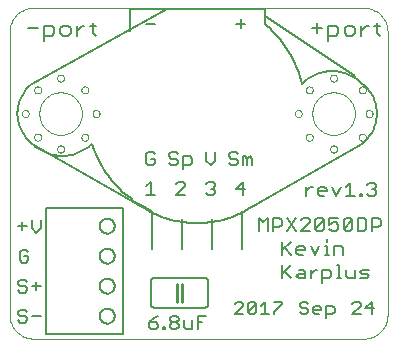
<source format=gto>
G75*
%MOIN*%
%OFA0B0*%
%FSLAX24Y24*%
%IPPOS*%
%LPD*%
%AMOC8*
5,1,8,0,0,1.08239X$1,22.5*
%
%ADD10C,0.0000*%
%ADD11C,0.0070*%
%ADD12C,0.0080*%
%ADD13C,0.0060*%
%ADD14C,0.0010*%
%ADD15C,0.0050*%
%ADD16C,0.0100*%
D10*
X000105Y000892D02*
X000105Y010341D01*
X000892Y011129D02*
X011916Y011129D01*
X012703Y010341D02*
X012703Y000892D01*
X011916Y000105D02*
X000892Y000105D01*
X001687Y006424D02*
X001689Y006445D01*
X001695Y006465D01*
X001704Y006485D01*
X001716Y006502D01*
X001731Y006516D01*
X001749Y006528D01*
X001769Y006536D01*
X001789Y006541D01*
X001810Y006542D01*
X001831Y006539D01*
X001851Y006533D01*
X001870Y006522D01*
X001887Y006509D01*
X001900Y006493D01*
X001911Y006475D01*
X001919Y006455D01*
X001923Y006435D01*
X001923Y006413D01*
X001919Y006393D01*
X001911Y006373D01*
X001900Y006355D01*
X001887Y006339D01*
X001870Y006326D01*
X001851Y006315D01*
X001831Y006309D01*
X001810Y006306D01*
X001789Y006307D01*
X001769Y006312D01*
X001749Y006320D01*
X001731Y006332D01*
X001716Y006346D01*
X001704Y006363D01*
X001695Y006383D01*
X001689Y006403D01*
X001687Y006424D01*
X000922Y006818D02*
X000924Y006839D01*
X000930Y006859D01*
X000939Y006879D01*
X000951Y006896D01*
X000966Y006910D01*
X000984Y006922D01*
X001004Y006930D01*
X001024Y006935D01*
X001045Y006936D01*
X001066Y006933D01*
X001086Y006927D01*
X001105Y006916D01*
X001122Y006903D01*
X001135Y006887D01*
X001146Y006869D01*
X001154Y006849D01*
X001158Y006829D01*
X001158Y006807D01*
X001154Y006787D01*
X001146Y006767D01*
X001135Y006749D01*
X001122Y006733D01*
X001105Y006720D01*
X001086Y006709D01*
X001066Y006703D01*
X001045Y006700D01*
X001024Y006701D01*
X001004Y006706D01*
X000984Y006714D01*
X000966Y006726D01*
X000951Y006740D01*
X000939Y006757D01*
X000930Y006777D01*
X000924Y006797D01*
X000922Y006818D01*
X000506Y007605D02*
X000508Y007626D01*
X000514Y007646D01*
X000523Y007666D01*
X000535Y007683D01*
X000550Y007697D01*
X000568Y007709D01*
X000588Y007717D01*
X000608Y007722D01*
X000629Y007723D01*
X000650Y007720D01*
X000670Y007714D01*
X000689Y007703D01*
X000706Y007690D01*
X000719Y007674D01*
X000730Y007656D01*
X000738Y007636D01*
X000742Y007616D01*
X000742Y007594D01*
X000738Y007574D01*
X000730Y007554D01*
X000719Y007536D01*
X000706Y007520D01*
X000689Y007507D01*
X000670Y007496D01*
X000650Y007490D01*
X000629Y007487D01*
X000608Y007488D01*
X000588Y007493D01*
X000568Y007501D01*
X000550Y007513D01*
X000535Y007527D01*
X000523Y007544D01*
X000514Y007564D01*
X000508Y007584D01*
X000506Y007605D01*
X000922Y008392D02*
X000924Y008413D01*
X000930Y008433D01*
X000939Y008453D01*
X000951Y008470D01*
X000966Y008484D01*
X000984Y008496D01*
X001004Y008504D01*
X001024Y008509D01*
X001045Y008510D01*
X001066Y008507D01*
X001086Y008501D01*
X001105Y008490D01*
X001122Y008477D01*
X001135Y008461D01*
X001146Y008443D01*
X001154Y008423D01*
X001158Y008403D01*
X001158Y008381D01*
X001154Y008361D01*
X001146Y008341D01*
X001135Y008323D01*
X001122Y008307D01*
X001105Y008294D01*
X001086Y008283D01*
X001066Y008277D01*
X001045Y008274D01*
X001024Y008275D01*
X001004Y008280D01*
X000984Y008288D01*
X000966Y008300D01*
X000951Y008314D01*
X000939Y008331D01*
X000930Y008351D01*
X000924Y008371D01*
X000922Y008392D01*
X001687Y008786D02*
X001689Y008807D01*
X001695Y008827D01*
X001704Y008847D01*
X001716Y008864D01*
X001731Y008878D01*
X001749Y008890D01*
X001769Y008898D01*
X001789Y008903D01*
X001810Y008904D01*
X001831Y008901D01*
X001851Y008895D01*
X001870Y008884D01*
X001887Y008871D01*
X001900Y008855D01*
X001911Y008837D01*
X001919Y008817D01*
X001923Y008797D01*
X001923Y008775D01*
X001919Y008755D01*
X001911Y008735D01*
X001900Y008717D01*
X001887Y008701D01*
X001870Y008688D01*
X001851Y008677D01*
X001831Y008671D01*
X001810Y008668D01*
X001789Y008669D01*
X001769Y008674D01*
X001749Y008682D01*
X001731Y008694D01*
X001716Y008708D01*
X001704Y008725D01*
X001695Y008745D01*
X001689Y008765D01*
X001687Y008786D01*
X002497Y008392D02*
X002499Y008413D01*
X002505Y008433D01*
X002514Y008453D01*
X002526Y008470D01*
X002541Y008484D01*
X002559Y008496D01*
X002579Y008504D01*
X002599Y008509D01*
X002620Y008510D01*
X002641Y008507D01*
X002661Y008501D01*
X002680Y008490D01*
X002697Y008477D01*
X002710Y008461D01*
X002721Y008443D01*
X002729Y008423D01*
X002733Y008403D01*
X002733Y008381D01*
X002729Y008361D01*
X002721Y008341D01*
X002710Y008323D01*
X002697Y008307D01*
X002680Y008294D01*
X002661Y008283D01*
X002641Y008277D01*
X002620Y008274D01*
X002599Y008275D01*
X002579Y008280D01*
X002559Y008288D01*
X002541Y008300D01*
X002526Y008314D01*
X002514Y008331D01*
X002505Y008351D01*
X002499Y008371D01*
X002497Y008392D01*
X002868Y007605D02*
X002870Y007626D01*
X002876Y007646D01*
X002885Y007666D01*
X002897Y007683D01*
X002912Y007697D01*
X002930Y007709D01*
X002950Y007717D01*
X002970Y007722D01*
X002991Y007723D01*
X003012Y007720D01*
X003032Y007714D01*
X003051Y007703D01*
X003068Y007690D01*
X003081Y007674D01*
X003092Y007656D01*
X003100Y007636D01*
X003104Y007616D01*
X003104Y007594D01*
X003100Y007574D01*
X003092Y007554D01*
X003081Y007536D01*
X003068Y007520D01*
X003051Y007507D01*
X003032Y007496D01*
X003012Y007490D01*
X002991Y007487D01*
X002970Y007488D01*
X002950Y007493D01*
X002930Y007501D01*
X002912Y007513D01*
X002897Y007527D01*
X002885Y007544D01*
X002876Y007564D01*
X002870Y007584D01*
X002868Y007605D01*
X002497Y006818D02*
X002499Y006839D01*
X002505Y006859D01*
X002514Y006879D01*
X002526Y006896D01*
X002541Y006910D01*
X002559Y006922D01*
X002579Y006930D01*
X002599Y006935D01*
X002620Y006936D01*
X002641Y006933D01*
X002661Y006927D01*
X002680Y006916D01*
X002697Y006903D01*
X002710Y006887D01*
X002721Y006869D01*
X002729Y006849D01*
X002733Y006829D01*
X002733Y006807D01*
X002729Y006787D01*
X002721Y006767D01*
X002710Y006749D01*
X002697Y006733D01*
X002680Y006720D01*
X002661Y006709D01*
X002641Y006703D01*
X002620Y006700D01*
X002599Y006701D01*
X002579Y006706D01*
X002559Y006714D01*
X002541Y006726D01*
X002526Y006740D01*
X002514Y006757D01*
X002505Y006777D01*
X002499Y006797D01*
X002497Y006818D01*
X001096Y007605D02*
X001098Y007658D01*
X001104Y007711D01*
X001114Y007763D01*
X001127Y007814D01*
X001145Y007864D01*
X001166Y007913D01*
X001191Y007960D01*
X001219Y008004D01*
X001251Y008047D01*
X001285Y008087D01*
X001323Y008125D01*
X001363Y008159D01*
X001406Y008191D01*
X001451Y008219D01*
X001497Y008244D01*
X001546Y008265D01*
X001596Y008283D01*
X001647Y008296D01*
X001699Y008306D01*
X001752Y008312D01*
X001805Y008314D01*
X001858Y008312D01*
X001911Y008306D01*
X001963Y008296D01*
X002014Y008283D01*
X002064Y008265D01*
X002113Y008244D01*
X002160Y008219D01*
X002204Y008191D01*
X002247Y008159D01*
X002287Y008125D01*
X002325Y008087D01*
X002359Y008047D01*
X002391Y008004D01*
X002419Y007959D01*
X002444Y007913D01*
X002465Y007864D01*
X002483Y007814D01*
X002496Y007763D01*
X002506Y007711D01*
X002512Y007658D01*
X002514Y007605D01*
X002512Y007552D01*
X002506Y007499D01*
X002496Y007447D01*
X002483Y007396D01*
X002465Y007346D01*
X002444Y007297D01*
X002419Y007250D01*
X002391Y007206D01*
X002359Y007163D01*
X002325Y007123D01*
X002287Y007085D01*
X002247Y007051D01*
X002204Y007019D01*
X002159Y006991D01*
X002113Y006966D01*
X002064Y006945D01*
X002014Y006927D01*
X001963Y006914D01*
X001911Y006904D01*
X001858Y006898D01*
X001805Y006896D01*
X001752Y006898D01*
X001699Y006904D01*
X001647Y006914D01*
X001596Y006927D01*
X001546Y006945D01*
X001497Y006966D01*
X001450Y006991D01*
X001406Y007019D01*
X001363Y007051D01*
X001323Y007085D01*
X001285Y007123D01*
X001251Y007163D01*
X001219Y007206D01*
X001191Y007251D01*
X001166Y007297D01*
X001145Y007346D01*
X001127Y007396D01*
X001114Y007447D01*
X001104Y007499D01*
X001098Y007552D01*
X001096Y007605D01*
X009606Y007605D02*
X009608Y007626D01*
X009614Y007646D01*
X009623Y007666D01*
X009635Y007683D01*
X009650Y007697D01*
X009668Y007709D01*
X009688Y007717D01*
X009708Y007722D01*
X009729Y007723D01*
X009750Y007720D01*
X009770Y007714D01*
X009789Y007703D01*
X009806Y007690D01*
X009819Y007674D01*
X009830Y007656D01*
X009838Y007636D01*
X009842Y007616D01*
X009842Y007594D01*
X009838Y007574D01*
X009830Y007554D01*
X009819Y007536D01*
X009806Y007520D01*
X009789Y007507D01*
X009770Y007496D01*
X009750Y007490D01*
X009729Y007487D01*
X009708Y007488D01*
X009688Y007493D01*
X009668Y007501D01*
X009650Y007513D01*
X009635Y007527D01*
X009623Y007544D01*
X009614Y007564D01*
X009608Y007584D01*
X009606Y007605D01*
X009977Y006818D02*
X009979Y006839D01*
X009985Y006859D01*
X009994Y006879D01*
X010006Y006896D01*
X010021Y006910D01*
X010039Y006922D01*
X010059Y006930D01*
X010079Y006935D01*
X010100Y006936D01*
X010121Y006933D01*
X010141Y006927D01*
X010160Y006916D01*
X010177Y006903D01*
X010190Y006887D01*
X010201Y006869D01*
X010209Y006849D01*
X010213Y006829D01*
X010213Y006807D01*
X010209Y006787D01*
X010201Y006767D01*
X010190Y006749D01*
X010177Y006733D01*
X010160Y006720D01*
X010141Y006709D01*
X010121Y006703D01*
X010100Y006700D01*
X010079Y006701D01*
X010059Y006706D01*
X010039Y006714D01*
X010021Y006726D01*
X010006Y006740D01*
X009994Y006757D01*
X009985Y006777D01*
X009979Y006797D01*
X009977Y006818D01*
X010787Y006424D02*
X010789Y006445D01*
X010795Y006465D01*
X010804Y006485D01*
X010816Y006502D01*
X010831Y006516D01*
X010849Y006528D01*
X010869Y006536D01*
X010889Y006541D01*
X010910Y006542D01*
X010931Y006539D01*
X010951Y006533D01*
X010970Y006522D01*
X010987Y006509D01*
X011000Y006493D01*
X011011Y006475D01*
X011019Y006455D01*
X011023Y006435D01*
X011023Y006413D01*
X011019Y006393D01*
X011011Y006373D01*
X011000Y006355D01*
X010987Y006339D01*
X010970Y006326D01*
X010951Y006315D01*
X010931Y006309D01*
X010910Y006306D01*
X010889Y006307D01*
X010869Y006312D01*
X010849Y006320D01*
X010831Y006332D01*
X010816Y006346D01*
X010804Y006363D01*
X010795Y006383D01*
X010789Y006403D01*
X010787Y006424D01*
X010196Y007605D02*
X010198Y007658D01*
X010204Y007711D01*
X010214Y007763D01*
X010227Y007814D01*
X010245Y007864D01*
X010266Y007913D01*
X010291Y007960D01*
X010319Y008004D01*
X010351Y008047D01*
X010385Y008087D01*
X010423Y008125D01*
X010463Y008159D01*
X010506Y008191D01*
X010551Y008219D01*
X010597Y008244D01*
X010646Y008265D01*
X010696Y008283D01*
X010747Y008296D01*
X010799Y008306D01*
X010852Y008312D01*
X010905Y008314D01*
X010958Y008312D01*
X011011Y008306D01*
X011063Y008296D01*
X011114Y008283D01*
X011164Y008265D01*
X011213Y008244D01*
X011260Y008219D01*
X011304Y008191D01*
X011347Y008159D01*
X011387Y008125D01*
X011425Y008087D01*
X011459Y008047D01*
X011491Y008004D01*
X011519Y007959D01*
X011544Y007913D01*
X011565Y007864D01*
X011583Y007814D01*
X011596Y007763D01*
X011606Y007711D01*
X011612Y007658D01*
X011614Y007605D01*
X011612Y007552D01*
X011606Y007499D01*
X011596Y007447D01*
X011583Y007396D01*
X011565Y007346D01*
X011544Y007297D01*
X011519Y007250D01*
X011491Y007206D01*
X011459Y007163D01*
X011425Y007123D01*
X011387Y007085D01*
X011347Y007051D01*
X011304Y007019D01*
X011259Y006991D01*
X011213Y006966D01*
X011164Y006945D01*
X011114Y006927D01*
X011063Y006914D01*
X011011Y006904D01*
X010958Y006898D01*
X010905Y006896D01*
X010852Y006898D01*
X010799Y006904D01*
X010747Y006914D01*
X010696Y006927D01*
X010646Y006945D01*
X010597Y006966D01*
X010550Y006991D01*
X010506Y007019D01*
X010463Y007051D01*
X010423Y007085D01*
X010385Y007123D01*
X010351Y007163D01*
X010319Y007206D01*
X010291Y007251D01*
X010266Y007297D01*
X010245Y007346D01*
X010227Y007396D01*
X010214Y007447D01*
X010204Y007499D01*
X010198Y007552D01*
X010196Y007605D01*
X009977Y008392D02*
X009979Y008413D01*
X009985Y008433D01*
X009994Y008453D01*
X010006Y008470D01*
X010021Y008484D01*
X010039Y008496D01*
X010059Y008504D01*
X010079Y008509D01*
X010100Y008510D01*
X010121Y008507D01*
X010141Y008501D01*
X010160Y008490D01*
X010177Y008477D01*
X010190Y008461D01*
X010201Y008443D01*
X010209Y008423D01*
X010213Y008403D01*
X010213Y008381D01*
X010209Y008361D01*
X010201Y008341D01*
X010190Y008323D01*
X010177Y008307D01*
X010160Y008294D01*
X010141Y008283D01*
X010121Y008277D01*
X010100Y008274D01*
X010079Y008275D01*
X010059Y008280D01*
X010039Y008288D01*
X010021Y008300D01*
X010006Y008314D01*
X009994Y008331D01*
X009985Y008351D01*
X009979Y008371D01*
X009977Y008392D01*
X010787Y008786D02*
X010789Y008807D01*
X010795Y008827D01*
X010804Y008847D01*
X010816Y008864D01*
X010831Y008878D01*
X010849Y008890D01*
X010869Y008898D01*
X010889Y008903D01*
X010910Y008904D01*
X010931Y008901D01*
X010951Y008895D01*
X010970Y008884D01*
X010987Y008871D01*
X011000Y008855D01*
X011011Y008837D01*
X011019Y008817D01*
X011023Y008797D01*
X011023Y008775D01*
X011019Y008755D01*
X011011Y008735D01*
X011000Y008717D01*
X010987Y008701D01*
X010970Y008688D01*
X010951Y008677D01*
X010931Y008671D01*
X010910Y008668D01*
X010889Y008669D01*
X010869Y008674D01*
X010849Y008682D01*
X010831Y008694D01*
X010816Y008708D01*
X010804Y008725D01*
X010795Y008745D01*
X010789Y008765D01*
X010787Y008786D01*
X011749Y008392D02*
X011751Y008413D01*
X011757Y008433D01*
X011766Y008453D01*
X011778Y008470D01*
X011793Y008484D01*
X011811Y008496D01*
X011831Y008504D01*
X011851Y008509D01*
X011872Y008510D01*
X011893Y008507D01*
X011913Y008501D01*
X011932Y008490D01*
X011949Y008477D01*
X011962Y008461D01*
X011973Y008443D01*
X011981Y008423D01*
X011985Y008403D01*
X011985Y008381D01*
X011981Y008361D01*
X011973Y008341D01*
X011962Y008323D01*
X011949Y008307D01*
X011932Y008294D01*
X011913Y008283D01*
X011893Y008277D01*
X011872Y008274D01*
X011851Y008275D01*
X011831Y008280D01*
X011811Y008288D01*
X011793Y008300D01*
X011778Y008314D01*
X011766Y008331D01*
X011757Y008351D01*
X011751Y008371D01*
X011749Y008392D01*
X011968Y007605D02*
X011970Y007626D01*
X011976Y007646D01*
X011985Y007666D01*
X011997Y007683D01*
X012012Y007697D01*
X012030Y007709D01*
X012050Y007717D01*
X012070Y007722D01*
X012091Y007723D01*
X012112Y007720D01*
X012132Y007714D01*
X012151Y007703D01*
X012168Y007690D01*
X012181Y007674D01*
X012192Y007656D01*
X012200Y007636D01*
X012204Y007616D01*
X012204Y007594D01*
X012200Y007574D01*
X012192Y007554D01*
X012181Y007536D01*
X012168Y007520D01*
X012151Y007507D01*
X012132Y007496D01*
X012112Y007490D01*
X012091Y007487D01*
X012070Y007488D01*
X012050Y007493D01*
X012030Y007501D01*
X012012Y007513D01*
X011997Y007527D01*
X011985Y007544D01*
X011976Y007564D01*
X011970Y007584D01*
X011968Y007605D01*
X011749Y006818D02*
X011751Y006839D01*
X011757Y006859D01*
X011766Y006879D01*
X011778Y006896D01*
X011793Y006910D01*
X011811Y006922D01*
X011831Y006930D01*
X011851Y006935D01*
X011872Y006936D01*
X011893Y006933D01*
X011913Y006927D01*
X011932Y006916D01*
X011949Y006903D01*
X011962Y006887D01*
X011973Y006869D01*
X011981Y006849D01*
X011985Y006829D01*
X011985Y006807D01*
X011981Y006787D01*
X011973Y006767D01*
X011962Y006749D01*
X011949Y006733D01*
X011932Y006720D01*
X011913Y006709D01*
X011893Y006703D01*
X011872Y006700D01*
X011851Y006701D01*
X011831Y006706D01*
X011811Y006714D01*
X011793Y006726D01*
X011778Y006740D01*
X011766Y006757D01*
X011757Y006777D01*
X011751Y006797D01*
X011749Y006818D01*
D11*
X000462Y000640D02*
X000390Y000712D01*
X000462Y000640D02*
X000605Y000640D01*
X000677Y000712D01*
X000677Y000783D01*
X000605Y000855D01*
X000462Y000855D01*
X000390Y000927D01*
X000390Y000999D01*
X000462Y001070D01*
X000605Y001070D01*
X000677Y000999D01*
X000850Y000855D02*
X001137Y000855D01*
X000605Y001640D02*
X000462Y001640D01*
X000390Y001712D01*
X000462Y001855D02*
X000605Y001855D01*
X000677Y001783D01*
X000677Y001712D01*
X000605Y001640D01*
X000462Y001855D02*
X000390Y001927D01*
X000390Y001999D01*
X000462Y002070D01*
X000605Y002070D01*
X000677Y001999D01*
X000850Y001855D02*
X001137Y001855D01*
X000994Y001999D02*
X000994Y001712D01*
X000658Y002640D02*
X000515Y002640D01*
X000443Y002712D01*
X000443Y002999D01*
X000515Y003070D01*
X000658Y003070D01*
X000730Y002999D01*
X000730Y002855D02*
X000587Y002855D01*
X000730Y002855D02*
X000730Y002712D01*
X000658Y002640D01*
X000994Y003640D02*
X001137Y003783D01*
X001137Y004070D01*
X000850Y004070D02*
X000850Y003783D01*
X000994Y003640D01*
X000677Y003855D02*
X000390Y003855D01*
X000533Y003999D02*
X000533Y003712D01*
X004660Y004890D02*
X004947Y004890D01*
X004803Y004890D02*
X004803Y005320D01*
X004660Y005177D01*
X004732Y005890D02*
X004875Y005890D01*
X004947Y005962D01*
X004947Y006105D01*
X004803Y006105D01*
X004660Y005962D02*
X004732Y005890D01*
X004660Y005962D02*
X004660Y006249D01*
X004732Y006320D01*
X004875Y006320D01*
X004947Y006249D01*
X005430Y006249D02*
X005430Y006177D01*
X005501Y006105D01*
X005645Y006105D01*
X005717Y006033D01*
X005717Y005962D01*
X005645Y005890D01*
X005501Y005890D01*
X005430Y005962D01*
X005430Y006249D02*
X005501Y006320D01*
X005645Y006320D01*
X005717Y006249D01*
X005890Y006177D02*
X006105Y006177D01*
X006177Y006105D01*
X006177Y005962D01*
X006105Y005890D01*
X005890Y005890D01*
X005890Y005747D02*
X005890Y006177D01*
X006660Y006320D02*
X006660Y006033D01*
X006803Y005890D01*
X006947Y006033D01*
X006947Y006320D01*
X007430Y006249D02*
X007430Y006177D01*
X007501Y006105D01*
X007645Y006105D01*
X007717Y006033D01*
X007717Y005962D01*
X007645Y005890D01*
X007501Y005890D01*
X007430Y005962D01*
X007430Y006249D02*
X007501Y006320D01*
X007645Y006320D01*
X007717Y006249D01*
X007890Y006177D02*
X007962Y006177D01*
X008033Y006105D01*
X008105Y006177D01*
X008177Y006105D01*
X008177Y005890D01*
X008033Y005890D02*
X008033Y006105D01*
X007890Y006177D02*
X007890Y005890D01*
X007875Y005320D02*
X007660Y005105D01*
X007947Y005105D01*
X007875Y004890D02*
X007875Y005320D01*
X008408Y004125D02*
X008555Y003978D01*
X008703Y004125D01*
X008703Y003683D01*
X008879Y003683D02*
X008879Y004125D01*
X009100Y004125D01*
X009174Y004052D01*
X009174Y003904D01*
X009100Y003831D01*
X008879Y003831D01*
X008408Y003683D02*
X008408Y004125D01*
X009195Y003338D02*
X009195Y002896D01*
X009195Y003043D02*
X009490Y003338D01*
X009666Y003117D02*
X009666Y002970D01*
X009740Y002896D01*
X009887Y002896D01*
X009961Y003043D02*
X009961Y003117D01*
X009887Y003191D01*
X009740Y003191D01*
X009666Y003117D01*
X009666Y003043D02*
X009961Y003043D01*
X010138Y003191D02*
X010285Y002896D01*
X010432Y003191D01*
X010609Y003191D02*
X010683Y003191D01*
X010683Y002896D01*
X010756Y002896D02*
X010609Y002896D01*
X010923Y002896D02*
X010923Y003191D01*
X011144Y003191D01*
X011218Y003117D01*
X011218Y002896D01*
X011075Y002551D02*
X011075Y002109D01*
X011002Y002109D02*
X011149Y002109D01*
X011316Y002182D02*
X011390Y002109D01*
X011611Y002109D01*
X011611Y002403D01*
X011787Y002330D02*
X011861Y002403D01*
X012082Y002403D01*
X012008Y002256D02*
X011861Y002256D01*
X011787Y002330D01*
X011787Y002109D02*
X012008Y002109D01*
X012082Y002182D01*
X012008Y002256D01*
X011316Y002182D02*
X011316Y002403D01*
X011075Y002551D02*
X011002Y002551D01*
X010825Y002330D02*
X010825Y002182D01*
X010751Y002109D01*
X010530Y002109D01*
X010530Y001961D02*
X010530Y002403D01*
X010751Y002403D01*
X010825Y002330D01*
X010359Y002403D02*
X010285Y002403D01*
X010138Y002256D01*
X010138Y002109D02*
X010138Y002403D01*
X009961Y002330D02*
X009961Y002109D01*
X009740Y002109D01*
X009666Y002182D01*
X009740Y002256D01*
X009961Y002256D01*
X009961Y002330D02*
X009887Y002403D01*
X009740Y002403D01*
X009490Y002551D02*
X009195Y002256D01*
X009269Y002330D02*
X009490Y002109D01*
X009195Y002109D02*
X009195Y002551D01*
X009490Y002896D02*
X009269Y003117D01*
X009350Y003683D02*
X009645Y004125D01*
X009822Y004052D02*
X009895Y004125D01*
X010043Y004125D01*
X010116Y004052D01*
X010116Y003978D01*
X009822Y003683D01*
X010116Y003683D01*
X010293Y003757D02*
X010588Y004052D01*
X010588Y003757D01*
X010514Y003683D01*
X010366Y003683D01*
X010293Y003757D01*
X010293Y004052D01*
X010366Y004125D01*
X010514Y004125D01*
X010588Y004052D01*
X010764Y004125D02*
X010764Y003904D01*
X010911Y003978D01*
X010985Y003978D01*
X011059Y003904D01*
X011059Y003757D01*
X010985Y003683D01*
X010838Y003683D01*
X010764Y003757D01*
X010683Y003412D02*
X010683Y003338D01*
X011235Y003757D02*
X011235Y004052D01*
X011309Y004125D01*
X011456Y004125D01*
X011530Y004052D01*
X011235Y003757D01*
X011309Y003683D01*
X011456Y003683D01*
X011530Y003757D01*
X011530Y004052D01*
X011707Y004125D02*
X011928Y004125D01*
X012001Y004052D01*
X012001Y003757D01*
X011928Y003683D01*
X011707Y003683D01*
X011707Y004125D01*
X012178Y004125D02*
X012178Y003683D01*
X012178Y003831D02*
X012399Y003831D01*
X012473Y003904D01*
X012473Y004052D01*
X012399Y004125D01*
X012178Y004125D01*
X012246Y004864D02*
X012098Y004864D01*
X012025Y004938D01*
X011863Y004938D02*
X011863Y004864D01*
X011789Y004864D01*
X011789Y004938D01*
X011863Y004938D01*
X011613Y004864D02*
X011318Y004864D01*
X011465Y004864D02*
X011465Y005307D01*
X011318Y005159D01*
X011141Y005159D02*
X010994Y004864D01*
X010847Y005159D01*
X010670Y005086D02*
X010670Y005012D01*
X010375Y005012D01*
X010375Y004938D02*
X010375Y005086D01*
X010449Y005159D01*
X010596Y005159D01*
X010670Y005086D01*
X010596Y004864D02*
X010449Y004864D01*
X010375Y004938D01*
X010204Y005159D02*
X010130Y005159D01*
X009983Y005012D01*
X009983Y005159D02*
X009983Y004864D01*
X009350Y004125D02*
X009645Y003683D01*
X010764Y004125D02*
X011059Y004125D01*
X012025Y005233D02*
X012098Y005307D01*
X012246Y005307D01*
X012319Y005233D01*
X012319Y005159D01*
X012246Y005086D01*
X012319Y005012D01*
X012319Y004938D01*
X012246Y004864D01*
X012246Y005086D02*
X012172Y005086D01*
X007803Y010462D02*
X007803Y010749D01*
X007660Y010605D02*
X007947Y010605D01*
X004947Y010605D02*
X004660Y010605D01*
X005732Y005320D02*
X005660Y005249D01*
X005732Y005320D02*
X005875Y005320D01*
X005947Y005249D01*
X005947Y005177D01*
X005660Y004890D01*
X005947Y004890D01*
X006660Y004962D02*
X006732Y004890D01*
X006875Y004890D01*
X006947Y004962D01*
X006947Y005033D01*
X006875Y005105D01*
X006803Y005105D01*
X006875Y005105D02*
X006947Y005177D01*
X006947Y005249D01*
X006875Y005320D01*
X006732Y005320D01*
X006660Y005249D01*
X006659Y000856D02*
X006373Y000856D01*
X006373Y000425D01*
X006199Y000425D02*
X006199Y000712D01*
X006373Y000641D02*
X006516Y000641D01*
X006199Y000425D02*
X005984Y000425D01*
X005912Y000497D01*
X005912Y000712D01*
X005739Y000712D02*
X005739Y000784D01*
X005667Y000856D01*
X005523Y000856D01*
X005452Y000784D01*
X005452Y000712D01*
X005523Y000641D01*
X005667Y000641D01*
X005739Y000569D01*
X005739Y000497D01*
X005667Y000425D01*
X005523Y000425D01*
X005452Y000497D01*
X005452Y000569D01*
X005523Y000641D01*
X005667Y000641D02*
X005739Y000712D01*
X005293Y000497D02*
X005293Y000425D01*
X005222Y000425D01*
X005222Y000497D01*
X005293Y000497D01*
X005048Y000497D02*
X005048Y000569D01*
X004976Y000641D01*
X004761Y000641D01*
X004761Y000497D01*
X004833Y000425D01*
X004976Y000425D01*
X005048Y000497D01*
X004905Y000784D02*
X004761Y000641D01*
X004905Y000784D02*
X005048Y000856D01*
D12*
X001258Y010028D02*
X001258Y010539D01*
X001513Y010539D01*
X001598Y010454D01*
X001598Y010283D01*
X001513Y010198D01*
X001258Y010198D01*
X001055Y010454D02*
X000714Y010454D01*
X001801Y010454D02*
X001801Y010283D01*
X001887Y010198D01*
X002057Y010198D01*
X002142Y010283D01*
X002142Y010454D01*
X002057Y010539D01*
X001887Y010539D01*
X001801Y010454D01*
X002345Y010539D02*
X002345Y010198D01*
X002345Y010368D02*
X002516Y010539D01*
X002601Y010539D01*
X002798Y010539D02*
X002969Y010539D01*
X002884Y010624D02*
X002884Y010283D01*
X002969Y010198D01*
X010182Y010454D02*
X010523Y010454D01*
X010353Y010624D02*
X010353Y010283D01*
X010726Y010198D02*
X010982Y010198D01*
X011067Y010283D01*
X011067Y010454D01*
X010982Y010539D01*
X010726Y010539D01*
X010726Y010028D01*
X011270Y010283D02*
X011355Y010198D01*
X011525Y010198D01*
X011611Y010283D01*
X011611Y010454D01*
X011525Y010539D01*
X011355Y010539D01*
X011270Y010454D01*
X011270Y010283D01*
X011814Y010198D02*
X011814Y010539D01*
X011984Y010539D02*
X011814Y010368D01*
X011984Y010539D02*
X012069Y010539D01*
X012267Y010539D02*
X012437Y010539D01*
X012352Y010624D02*
X012352Y010283D01*
X012437Y010198D01*
D13*
X006614Y002140D02*
X004914Y002140D01*
X004897Y002138D01*
X004880Y002134D01*
X004864Y002127D01*
X004850Y002117D01*
X004837Y002104D01*
X004827Y002090D01*
X004820Y002074D01*
X004816Y002057D01*
X004814Y002040D01*
X004814Y001240D01*
X004816Y001223D01*
X004820Y001206D01*
X004827Y001190D01*
X004837Y001176D01*
X004850Y001163D01*
X004864Y001153D01*
X004880Y001146D01*
X004897Y001142D01*
X004914Y001140D01*
X006614Y001140D01*
X006631Y001142D01*
X006648Y001146D01*
X006664Y001153D01*
X006678Y001163D01*
X006691Y001176D01*
X006701Y001190D01*
X006708Y001206D01*
X006712Y001223D01*
X006714Y001240D01*
X006714Y002040D01*
X006712Y002057D01*
X006708Y002074D01*
X006701Y002090D01*
X006691Y002104D01*
X006678Y002117D01*
X006664Y002127D01*
X006648Y002134D01*
X006631Y002138D01*
X006614Y002140D01*
X007615Y001266D02*
X007684Y001335D01*
X007822Y001335D01*
X007891Y001266D01*
X007891Y001198D01*
X007615Y000922D01*
X007891Y000922D01*
X008050Y000991D02*
X008326Y001266D01*
X008326Y000991D01*
X008257Y000922D01*
X008119Y000922D01*
X008050Y000991D01*
X008050Y001266D01*
X008119Y001335D01*
X008257Y001335D01*
X008326Y001266D01*
X008485Y001198D02*
X008623Y001335D01*
X008623Y000922D01*
X008485Y000922D02*
X008761Y000922D01*
X008920Y000922D02*
X008920Y000991D01*
X009196Y001266D01*
X009196Y001335D01*
X008920Y001335D01*
X009790Y001266D02*
X009790Y001198D01*
X009859Y001129D01*
X009997Y001129D01*
X010066Y001060D01*
X010066Y000991D01*
X009997Y000922D01*
X009859Y000922D01*
X009790Y000991D01*
X009790Y001266D02*
X009859Y001335D01*
X009997Y001335D01*
X010066Y001266D01*
X010225Y001129D02*
X010294Y001198D01*
X010432Y001198D01*
X010501Y001129D01*
X010501Y001060D01*
X010225Y001060D01*
X010225Y000991D02*
X010225Y001129D01*
X010225Y000991D02*
X010294Y000922D01*
X010432Y000922D01*
X010660Y000922D02*
X010867Y000922D01*
X010936Y000991D01*
X010936Y001129D01*
X010867Y001198D01*
X010660Y001198D01*
X010660Y000785D01*
X011530Y000922D02*
X011806Y001198D01*
X011806Y001266D01*
X011737Y001335D01*
X011599Y001335D01*
X011530Y001266D01*
X011530Y000922D02*
X011806Y000922D01*
X011965Y001129D02*
X012241Y001129D01*
X012172Y001335D02*
X012172Y000922D01*
X011965Y001129D02*
X012172Y001335D01*
D14*
X012703Y000892D02*
X012701Y000838D01*
X012696Y000785D01*
X012687Y000732D01*
X012674Y000680D01*
X012658Y000628D01*
X012638Y000578D01*
X012615Y000530D01*
X012588Y000483D01*
X012559Y000438D01*
X012526Y000395D01*
X012491Y000355D01*
X012453Y000317D01*
X012413Y000282D01*
X012370Y000249D01*
X012325Y000220D01*
X012278Y000193D01*
X012230Y000170D01*
X012180Y000150D01*
X012128Y000134D01*
X012076Y000121D01*
X012023Y000112D01*
X011970Y000107D01*
X011916Y000105D01*
X012703Y010341D02*
X012701Y010395D01*
X012696Y010448D01*
X012687Y010501D01*
X012674Y010553D01*
X012658Y010605D01*
X012638Y010655D01*
X012615Y010703D01*
X012588Y010750D01*
X012559Y010795D01*
X012526Y010838D01*
X012491Y010878D01*
X012453Y010916D01*
X012413Y010951D01*
X012370Y010984D01*
X012325Y011013D01*
X012278Y011040D01*
X012230Y011063D01*
X012180Y011083D01*
X012128Y011099D01*
X012076Y011112D01*
X012023Y011121D01*
X011970Y011126D01*
X011916Y011128D01*
X000892Y011128D02*
X000838Y011126D01*
X000785Y011121D01*
X000732Y011112D01*
X000680Y011099D01*
X000628Y011083D01*
X000578Y011063D01*
X000530Y011040D01*
X000483Y011013D01*
X000438Y010984D01*
X000395Y010951D01*
X000355Y010916D01*
X000317Y010878D01*
X000282Y010838D01*
X000249Y010795D01*
X000220Y010750D01*
X000193Y010703D01*
X000170Y010655D01*
X000150Y010605D01*
X000134Y010553D01*
X000121Y010501D01*
X000112Y010448D01*
X000107Y010395D01*
X000105Y010341D01*
X000105Y000892D02*
X000107Y000838D01*
X000112Y000785D01*
X000121Y000732D01*
X000134Y000680D01*
X000150Y000628D01*
X000170Y000578D01*
X000193Y000530D01*
X000220Y000483D01*
X000249Y000438D01*
X000282Y000395D01*
X000317Y000355D01*
X000355Y000317D01*
X000395Y000282D01*
X000438Y000249D01*
X000483Y000220D01*
X000530Y000193D01*
X000578Y000170D01*
X000628Y000150D01*
X000680Y000134D01*
X000732Y000121D01*
X000785Y000112D01*
X000838Y000107D01*
X000892Y000105D01*
D15*
X001325Y000265D02*
X001325Y004445D01*
X003885Y004445D01*
X003885Y000265D01*
X001325Y000265D01*
X003105Y000855D02*
X003107Y000886D01*
X003113Y000917D01*
X003123Y000947D01*
X003136Y000975D01*
X003153Y001002D01*
X003173Y001026D01*
X003196Y001048D01*
X003221Y001066D01*
X003249Y001081D01*
X003278Y001093D01*
X003308Y001101D01*
X003339Y001105D01*
X003371Y001105D01*
X003402Y001101D01*
X003432Y001093D01*
X003461Y001081D01*
X003489Y001066D01*
X003514Y001048D01*
X003537Y001026D01*
X003557Y001002D01*
X003574Y000975D01*
X003587Y000947D01*
X003597Y000917D01*
X003603Y000886D01*
X003605Y000855D01*
X003603Y000824D01*
X003597Y000793D01*
X003587Y000763D01*
X003574Y000735D01*
X003557Y000708D01*
X003537Y000684D01*
X003514Y000662D01*
X003489Y000644D01*
X003461Y000629D01*
X003432Y000617D01*
X003402Y000609D01*
X003371Y000605D01*
X003339Y000605D01*
X003308Y000609D01*
X003278Y000617D01*
X003249Y000629D01*
X003221Y000644D01*
X003196Y000662D01*
X003173Y000684D01*
X003153Y000708D01*
X003136Y000735D01*
X003123Y000763D01*
X003113Y000793D01*
X003107Y000824D01*
X003105Y000855D01*
X003105Y001855D02*
X003107Y001886D01*
X003113Y001917D01*
X003123Y001947D01*
X003136Y001975D01*
X003153Y002002D01*
X003173Y002026D01*
X003196Y002048D01*
X003221Y002066D01*
X003249Y002081D01*
X003278Y002093D01*
X003308Y002101D01*
X003339Y002105D01*
X003371Y002105D01*
X003402Y002101D01*
X003432Y002093D01*
X003461Y002081D01*
X003489Y002066D01*
X003514Y002048D01*
X003537Y002026D01*
X003557Y002002D01*
X003574Y001975D01*
X003587Y001947D01*
X003597Y001917D01*
X003603Y001886D01*
X003605Y001855D01*
X003603Y001824D01*
X003597Y001793D01*
X003587Y001763D01*
X003574Y001735D01*
X003557Y001708D01*
X003537Y001684D01*
X003514Y001662D01*
X003489Y001644D01*
X003461Y001629D01*
X003432Y001617D01*
X003402Y001609D01*
X003371Y001605D01*
X003339Y001605D01*
X003308Y001609D01*
X003278Y001617D01*
X003249Y001629D01*
X003221Y001644D01*
X003196Y001662D01*
X003173Y001684D01*
X003153Y001708D01*
X003136Y001735D01*
X003123Y001763D01*
X003113Y001793D01*
X003107Y001824D01*
X003105Y001855D01*
X003105Y002855D02*
X003107Y002886D01*
X003113Y002917D01*
X003123Y002947D01*
X003136Y002975D01*
X003153Y003002D01*
X003173Y003026D01*
X003196Y003048D01*
X003221Y003066D01*
X003249Y003081D01*
X003278Y003093D01*
X003308Y003101D01*
X003339Y003105D01*
X003371Y003105D01*
X003402Y003101D01*
X003432Y003093D01*
X003461Y003081D01*
X003489Y003066D01*
X003514Y003048D01*
X003537Y003026D01*
X003557Y003002D01*
X003574Y002975D01*
X003587Y002947D01*
X003597Y002917D01*
X003603Y002886D01*
X003605Y002855D01*
X003603Y002824D01*
X003597Y002793D01*
X003587Y002763D01*
X003574Y002735D01*
X003557Y002708D01*
X003537Y002684D01*
X003514Y002662D01*
X003489Y002644D01*
X003461Y002629D01*
X003432Y002617D01*
X003402Y002609D01*
X003371Y002605D01*
X003339Y002605D01*
X003308Y002609D01*
X003278Y002617D01*
X003249Y002629D01*
X003221Y002644D01*
X003196Y002662D01*
X003173Y002684D01*
X003153Y002708D01*
X003136Y002735D01*
X003123Y002763D01*
X003113Y002793D01*
X003107Y002824D01*
X003105Y002855D01*
X003105Y003855D02*
X003107Y003886D01*
X003113Y003917D01*
X003123Y003947D01*
X003136Y003975D01*
X003153Y004002D01*
X003173Y004026D01*
X003196Y004048D01*
X003221Y004066D01*
X003249Y004081D01*
X003278Y004093D01*
X003308Y004101D01*
X003339Y004105D01*
X003371Y004105D01*
X003402Y004101D01*
X003432Y004093D01*
X003461Y004081D01*
X003489Y004066D01*
X003514Y004048D01*
X003537Y004026D01*
X003557Y004002D01*
X003574Y003975D01*
X003587Y003947D01*
X003597Y003917D01*
X003603Y003886D01*
X003605Y003855D01*
X003603Y003824D01*
X003597Y003793D01*
X003587Y003763D01*
X003574Y003735D01*
X003557Y003708D01*
X003537Y003684D01*
X003514Y003662D01*
X003489Y003644D01*
X003461Y003629D01*
X003432Y003617D01*
X003402Y003609D01*
X003371Y003605D01*
X003339Y003605D01*
X003308Y003609D01*
X003278Y003617D01*
X003249Y003629D01*
X003221Y003644D01*
X003196Y003662D01*
X003173Y003684D01*
X003153Y003708D01*
X003136Y003735D01*
X003123Y003763D01*
X003113Y003793D01*
X003107Y003824D01*
X003105Y003855D01*
X004355Y004605D02*
X000855Y006605D01*
X000801Y006649D01*
X000750Y006697D01*
X000701Y006747D01*
X000656Y006799D01*
X000613Y006855D01*
X000573Y006912D01*
X000536Y006971D01*
X000503Y007033D01*
X000474Y007096D01*
X000447Y007161D01*
X000425Y007227D01*
X000406Y007294D01*
X000390Y007362D01*
X000379Y007431D01*
X000371Y007500D01*
X000367Y007570D01*
X000367Y007640D01*
X000371Y007710D01*
X000379Y007779D01*
X000390Y007848D01*
X000406Y007916D01*
X000425Y007983D01*
X000447Y008049D01*
X000474Y008114D01*
X000503Y008177D01*
X000536Y008239D01*
X000573Y008298D01*
X000613Y008355D01*
X000656Y008411D01*
X000701Y008463D01*
X000750Y008513D01*
X000801Y008561D01*
X000855Y008605D01*
X005355Y011105D01*
X004105Y011105D01*
X004105Y010355D01*
X005355Y011105D02*
X008605Y011105D01*
X008605Y010855D01*
X011605Y008855D01*
X011855Y008605D02*
X011909Y008561D01*
X011960Y008513D01*
X012009Y008463D01*
X012054Y008411D01*
X012097Y008355D01*
X012137Y008298D01*
X012174Y008239D01*
X012207Y008177D01*
X012236Y008114D01*
X012263Y008049D01*
X012285Y007983D01*
X012304Y007916D01*
X012320Y007848D01*
X012331Y007779D01*
X012339Y007710D01*
X012343Y007640D01*
X012343Y007570D01*
X012339Y007500D01*
X012331Y007431D01*
X012320Y007362D01*
X012304Y007294D01*
X012285Y007227D01*
X012263Y007161D01*
X012236Y007096D01*
X012207Y007033D01*
X012174Y006971D01*
X012137Y006912D01*
X012097Y006855D01*
X012054Y006799D01*
X012009Y006747D01*
X011960Y006697D01*
X011909Y006649D01*
X011855Y006605D01*
X008355Y004605D01*
X007855Y004355D02*
X007855Y003105D01*
X006855Y003105D02*
X006855Y004105D01*
X005855Y004105D02*
X005855Y003105D01*
X004855Y003105D02*
X004855Y004355D01*
X004355Y004605D02*
X004450Y004539D01*
X004547Y004476D01*
X004645Y004416D01*
X004746Y004360D01*
X004849Y004307D01*
X004954Y004257D01*
X005060Y004211D01*
X005167Y004169D01*
X005276Y004131D01*
X005386Y004096D01*
X005498Y004065D01*
X005610Y004038D01*
X005723Y004014D01*
X005837Y003995D01*
X005951Y003979D01*
X006066Y003967D01*
X006182Y003959D01*
X006297Y003955D01*
X006413Y003955D01*
X006528Y003959D01*
X006644Y003967D01*
X006759Y003979D01*
X006873Y003995D01*
X006987Y004014D01*
X007100Y004038D01*
X007212Y004065D01*
X007324Y004096D01*
X007434Y004131D01*
X007543Y004169D01*
X007650Y004211D01*
X007756Y004257D01*
X007861Y004307D01*
X007964Y004360D01*
X008065Y004416D01*
X008163Y004476D01*
X008260Y004539D01*
X008355Y004605D01*
X004855Y004355D02*
X004747Y004405D01*
X004640Y004458D01*
X004535Y004515D01*
X004432Y004576D01*
X004331Y004639D01*
X004232Y004706D01*
X004136Y004777D01*
X004042Y004850D01*
X003950Y004927D01*
X003861Y005006D01*
X003774Y005089D01*
X003691Y005174D01*
X003610Y005262D01*
X003532Y005352D01*
X003457Y005445D01*
X003386Y005541D01*
X003317Y005639D01*
X003252Y005739D01*
X003190Y005841D01*
X003131Y005945D01*
X003076Y006051D01*
X003025Y006159D01*
X002977Y006268D01*
X002933Y006379D01*
X002892Y006491D01*
X002856Y006605D01*
X002855Y006605D02*
X002801Y006554D01*
X002745Y006506D01*
X002686Y006461D01*
X002625Y006419D01*
X002562Y006380D01*
X002497Y006345D01*
X002430Y006313D01*
X002362Y006285D01*
X002292Y006260D01*
X002221Y006239D01*
X002149Y006222D01*
X002076Y006208D01*
X002003Y006199D01*
X001929Y006193D01*
X001855Y006191D01*
X001781Y006193D01*
X001707Y006199D01*
X001634Y006208D01*
X001561Y006222D01*
X001489Y006239D01*
X001418Y006260D01*
X001348Y006285D01*
X001280Y006313D01*
X001213Y006345D01*
X001148Y006380D01*
X001085Y006419D01*
X001024Y006461D01*
X000965Y006506D01*
X000909Y006554D01*
X000855Y006605D01*
X008605Y010604D02*
X008695Y010525D01*
X008782Y010443D01*
X008867Y010359D01*
X008950Y010272D01*
X009029Y010183D01*
X009106Y010091D01*
X009180Y009996D01*
X009251Y009900D01*
X009319Y009801D01*
X009384Y009701D01*
X009446Y009598D01*
X009505Y009494D01*
X009560Y009388D01*
X009613Y009280D01*
X009662Y009171D01*
X009707Y009060D01*
X009749Y008948D01*
X009788Y008835D01*
X009823Y008720D01*
X009855Y008605D01*
X009909Y008656D01*
X009965Y008704D01*
X010024Y008749D01*
X010085Y008791D01*
X010148Y008830D01*
X010213Y008865D01*
X010280Y008897D01*
X010348Y008925D01*
X010418Y008950D01*
X010489Y008971D01*
X010561Y008988D01*
X010634Y009002D01*
X010707Y009011D01*
X010781Y009017D01*
X010855Y009019D01*
X010929Y009017D01*
X011003Y009011D01*
X011076Y009002D01*
X011149Y008988D01*
X011221Y008971D01*
X011292Y008950D01*
X011362Y008925D01*
X011430Y008897D01*
X011497Y008865D01*
X011562Y008830D01*
X011625Y008791D01*
X011686Y008749D01*
X011745Y008704D01*
X011801Y008656D01*
X011855Y008605D01*
X008605Y010605D02*
X008605Y010855D01*
D16*
X005844Y001940D02*
X005844Y001340D01*
X005684Y001340D02*
X005684Y001940D01*
M02*

</source>
